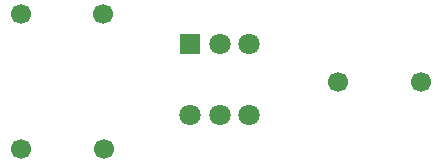
<source format=gbr>
%TF.GenerationSoftware,KiCad,Pcbnew,8.0.8*%
%TF.CreationDate,2025-03-16T01:19:43+08:00*%
%TF.ProjectId,TwoWayAudioSwitch-V1,54776f57-6179-4417-9564-696f53776974,rev?*%
%TF.SameCoordinates,Original*%
%TF.FileFunction,Soldermask,Bot*%
%TF.FilePolarity,Negative*%
%FSLAX46Y46*%
G04 Gerber Fmt 4.6, Leading zero omitted, Abs format (unit mm)*
G04 Created by KiCad (PCBNEW 8.0.8) date 2025-03-16 01:19:43*
%MOMM*%
%LPD*%
G01*
G04 APERTURE LIST*
%ADD10R,1.800000X1.800000*%
%ADD11C,1.800000*%
%ADD12C,1.700000*%
G04 APERTURE END LIST*
D10*
%TO.C,SW2*%
X128172200Y-72136000D03*
D11*
X130672200Y-72136000D03*
X133172200Y-72136000D03*
X128172200Y-78136000D03*
X130672200Y-78136000D03*
X133172200Y-78136000D03*
%TD*%
D12*
%TO.C,J3*%
X140711800Y-75285600D03*
X147711800Y-75285600D03*
%TD*%
%TO.C,J2*%
X120827800Y-81000600D03*
X113827800Y-81000600D03*
%TD*%
%TO.C,J1*%
X120797800Y-69579000D03*
X113797800Y-69579000D03*
%TD*%
M02*

</source>
